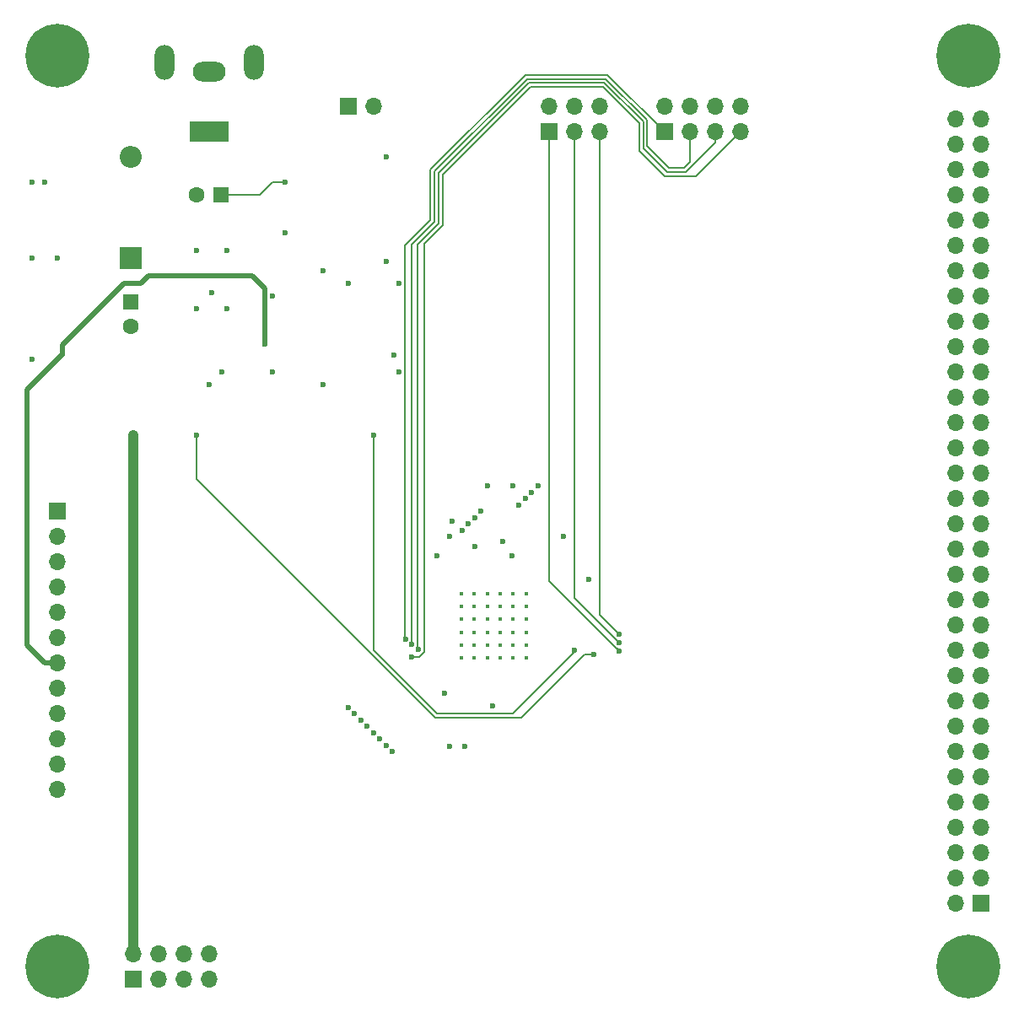
<source format=gbr>
%TF.GenerationSoftware,KiCad,Pcbnew,8.0.7-8.0.7-0~ubuntu22.04.1*%
%TF.CreationDate,2025-01-12T13:10:07-08:00*%
%TF.ProjectId,multichannelheaterdriver_amc7836,6d756c74-6963-4686-916e-6e656c686561,rev?*%
%TF.SameCoordinates,Original*%
%TF.FileFunction,Copper,L6,Bot*%
%TF.FilePolarity,Positive*%
%FSLAX46Y46*%
G04 Gerber Fmt 4.6, Leading zero omitted, Abs format (unit mm)*
G04 Created by KiCad (PCBNEW 8.0.7-8.0.7-0~ubuntu22.04.1) date 2025-01-12 13:10:07*
%MOMM*%
%LPD*%
G01*
G04 APERTURE LIST*
%TA.AperFunction,ComponentPad*%
%ADD10C,0.400000*%
%TD*%
%TA.AperFunction,ComponentPad*%
%ADD11R,1.700000X1.700000*%
%TD*%
%TA.AperFunction,ComponentPad*%
%ADD12O,1.700000X1.700000*%
%TD*%
%TA.AperFunction,ComponentPad*%
%ADD13R,2.200000X2.200000*%
%TD*%
%TA.AperFunction,ComponentPad*%
%ADD14O,2.200000X2.200000*%
%TD*%
%TA.AperFunction,ComponentPad*%
%ADD15C,6.400000*%
%TD*%
%TA.AperFunction,ComponentPad*%
%ADD16R,1.600000X1.600000*%
%TD*%
%TA.AperFunction,ComponentPad*%
%ADD17C,1.600000*%
%TD*%
%TA.AperFunction,ComponentPad*%
%ADD18R,4.000000X2.000000*%
%TD*%
%TA.AperFunction,ComponentPad*%
%ADD19O,3.300000X2.000000*%
%TD*%
%TA.AperFunction,ComponentPad*%
%ADD20O,2.000000X3.500000*%
%TD*%
%TA.AperFunction,ViaPad*%
%ADD21C,0.600000*%
%TD*%
%TA.AperFunction,Conductor*%
%ADD22C,0.500000*%
%TD*%
%TA.AperFunction,Conductor*%
%ADD23C,1.000000*%
%TD*%
%TA.AperFunction,Conductor*%
%ADD24C,0.200000*%
%TD*%
G04 APERTURE END LIST*
D10*
%TO.P,U1,65,THERMAL_PAD*%
%TO.N,GND*%
X45630000Y-59040000D03*
X45630000Y-60340000D03*
X45630000Y-61640000D03*
X45630000Y-62940000D03*
X45630000Y-64240000D03*
X45630000Y-65540000D03*
X46930000Y-59040000D03*
X46930000Y-60340000D03*
X46930000Y-61640000D03*
X46930000Y-62940000D03*
X46930000Y-64240000D03*
X46930000Y-65540000D03*
X48230000Y-59040000D03*
X48230000Y-60340000D03*
X48230000Y-61640000D03*
X48230000Y-62940000D03*
X48230000Y-64240000D03*
X48230000Y-65540000D03*
X49530000Y-59040000D03*
X49530000Y-60340000D03*
X49530000Y-61640000D03*
X49530000Y-62940000D03*
X49530000Y-64240000D03*
X49530000Y-65540000D03*
X50830000Y-59040000D03*
X50830000Y-60340000D03*
X50830000Y-61640000D03*
X50830000Y-62940000D03*
X50830000Y-64240000D03*
X50830000Y-65540000D03*
X52130000Y-59040000D03*
X52130000Y-60340000D03*
X52130000Y-61640000D03*
X52130000Y-62940000D03*
X52130000Y-64240000D03*
X52130000Y-65540000D03*
%TD*%
D11*
%TO.P,J5,1,Pin_1*%
%TO.N,GND*%
X12700000Y-97790000D03*
D12*
%TO.P,J5,2,Pin_2*%
%TO.N,+36V*%
X12700000Y-95250000D03*
%TO.P,J5,3,Pin_3*%
%TO.N,GND*%
X15240000Y-97790000D03*
%TO.P,J5,4,Pin_4*%
%TO.N,+10V*%
X15240000Y-95250000D03*
%TO.P,J5,5,Pin_5*%
%TO.N,GND*%
X17780000Y-97790000D03*
%TO.P,J5,6,Pin_6*%
%TO.N,+5V*%
X17780000Y-95250000D03*
%TO.P,J5,7,Pin_7*%
%TO.N,GND*%
X20320000Y-97790000D03*
%TO.P,J5,8,Pin_8*%
%TO.N,+3V3*%
X20320000Y-95250000D03*
%TD*%
D13*
%TO.P,D5,1,K*%
%TO.N,+36V*%
X12446000Y-25400000D03*
D14*
%TO.P,D5,2,A*%
%TO.N,Net-(D5-A)*%
X12446000Y-15240000D03*
%TD*%
D15*
%TO.P,H1,1,1*%
%TO.N,GND*%
X5080000Y-5080000D03*
%TD*%
D16*
%TO.P,C7,1*%
%TO.N,Net-(SW1-B)*%
X21550000Y-19050000D03*
D17*
%TO.P,C7,2*%
%TO.N,GND*%
X19050000Y-19050000D03*
%TD*%
D11*
%TO.P,J4,1,Pin_1*%
%TO.N,GND*%
X97790000Y-90170000D03*
D12*
%TO.P,J4,2,Pin_2*%
%TO.N,/ADC15*%
X95250000Y-90170000D03*
%TO.P,J4,3,Pin_3*%
%TO.N,GND*%
X97790000Y-87630000D03*
%TO.P,J4,4,Pin_4*%
%TO.N,/DAC15*%
X95250000Y-87630000D03*
%TO.P,J4,5,Pin_5*%
%TO.N,GND*%
X97790000Y-85090000D03*
%TO.P,J4,6,Pin_6*%
%TO.N,/ADC14*%
X95250000Y-85090000D03*
%TO.P,J4,7,Pin_7*%
%TO.N,GND*%
X97790000Y-82550000D03*
%TO.P,J4,8,Pin_8*%
%TO.N,/DAC14*%
X95250000Y-82550000D03*
%TO.P,J4,9,Pin_9*%
%TO.N,GND*%
X97790000Y-80010000D03*
%TO.P,J4,10,Pin_10*%
%TO.N,/ADC13*%
X95250000Y-80010000D03*
%TO.P,J4,11,Pin_11*%
%TO.N,GND*%
X97790000Y-77470000D03*
%TO.P,J4,12,Pin_12*%
%TO.N,/DAC13*%
X95250000Y-77470000D03*
%TO.P,J4,13,Pin_13*%
%TO.N,GND*%
X97790000Y-74930000D03*
%TO.P,J4,14,Pin_14*%
%TO.N,/ADC12*%
X95250000Y-74930000D03*
%TO.P,J4,15,Pin_15*%
%TO.N,GND*%
X97790000Y-72390000D03*
%TO.P,J4,16,Pin_16*%
%TO.N,/DAC12*%
X95250000Y-72390000D03*
%TO.P,J4,17,Pin_17*%
%TO.N,GND*%
X97790000Y-69850000D03*
%TO.P,J4,18,Pin_18*%
%TO.N,/ADC11*%
X95250000Y-69850000D03*
%TO.P,J4,19,Pin_19*%
%TO.N,GND*%
X97790000Y-67310000D03*
%TO.P,J4,20,Pin_20*%
%TO.N,/DAC11*%
X95250000Y-67310000D03*
%TO.P,J4,21,Pin_21*%
%TO.N,GND*%
X97790000Y-64770000D03*
%TO.P,J4,22,Pin_22*%
%TO.N,/ADC10*%
X95250000Y-64770000D03*
%TO.P,J4,23,Pin_23*%
%TO.N,GND*%
X97790000Y-62230000D03*
%TO.P,J4,24,Pin_24*%
%TO.N,/DAC10*%
X95250000Y-62230000D03*
%TO.P,J4,25,Pin_25*%
%TO.N,GND*%
X97790000Y-59690000D03*
%TO.P,J4,26,Pin_26*%
%TO.N,/ADC9*%
X95250000Y-59690000D03*
%TO.P,J4,27,Pin_27*%
%TO.N,GND*%
X97790000Y-57150000D03*
%TO.P,J4,28,Pin_28*%
%TO.N,/DAC9*%
X95250000Y-57150000D03*
%TO.P,J4,29,Pin_29*%
%TO.N,GND*%
X97790000Y-54610000D03*
%TO.P,J4,30,Pin_30*%
%TO.N,/ADC8*%
X95250000Y-54610000D03*
%TO.P,J4,31,Pin_31*%
%TO.N,GND*%
X97790000Y-52070000D03*
%TO.P,J4,32,Pin_32*%
%TO.N,/DAC8*%
X95250000Y-52070000D03*
%TO.P,J4,33,Pin_33*%
%TO.N,GND*%
X97790000Y-49530000D03*
%TO.P,J4,34,Pin_34*%
%TO.N,/ADC7*%
X95250000Y-49530000D03*
%TO.P,J4,35,Pin_35*%
%TO.N,GND*%
X97790000Y-46990000D03*
%TO.P,J4,36,Pin_36*%
%TO.N,/DAC7*%
X95250000Y-46990000D03*
%TO.P,J4,37,Pin_37*%
%TO.N,GND*%
X97790000Y-44450000D03*
%TO.P,J4,38,Pin_38*%
%TO.N,/ADC6*%
X95250000Y-44450000D03*
%TO.P,J4,39,Pin_39*%
%TO.N,GND*%
X97790000Y-41910000D03*
%TO.P,J4,40,Pin_40*%
%TO.N,/DAC6*%
X95250000Y-41910000D03*
%TO.P,J4,41,Pin_41*%
%TO.N,GND*%
X97790000Y-39370000D03*
%TO.P,J4,42,Pin_42*%
%TO.N,/ADC5*%
X95250000Y-39370000D03*
%TO.P,J4,43,Pin_43*%
%TO.N,GND*%
X97790000Y-36830000D03*
%TO.P,J4,44,Pin_44*%
%TO.N,/DAC5*%
X95250000Y-36830000D03*
%TO.P,J4,45,Pin_45*%
%TO.N,GND*%
X97790000Y-34290000D03*
%TO.P,J4,46,Pin_46*%
%TO.N,/ADC4*%
X95250000Y-34290000D03*
%TO.P,J4,47,Pin_47*%
%TO.N,GND*%
X97790000Y-31750000D03*
%TO.P,J4,48,Pin_48*%
%TO.N,/DAC4*%
X95250000Y-31750000D03*
%TO.P,J4,49,Pin_49*%
%TO.N,GND*%
X97790000Y-29210000D03*
%TO.P,J4,50,Pin_50*%
%TO.N,/ADC3*%
X95250000Y-29210000D03*
%TO.P,J4,51,Pin_51*%
%TO.N,GND*%
X97790000Y-26670000D03*
%TO.P,J4,52,Pin_52*%
%TO.N,/DAC3*%
X95250000Y-26670000D03*
%TO.P,J4,53,Pin_53*%
%TO.N,GND*%
X97790000Y-24130000D03*
%TO.P,J4,54,Pin_54*%
%TO.N,/ADC2*%
X95250000Y-24130000D03*
%TO.P,J4,55,Pin_55*%
%TO.N,GND*%
X97790000Y-21590000D03*
%TO.P,J4,56,Pin_56*%
%TO.N,/DAC2*%
X95250000Y-21590000D03*
%TO.P,J4,57,Pin_57*%
%TO.N,GND*%
X97790000Y-19050000D03*
%TO.P,J4,58,Pin_58*%
%TO.N,/ADC1*%
X95250000Y-19050000D03*
%TO.P,J4,59,Pin_59*%
%TO.N,GND*%
X97790000Y-16510000D03*
%TO.P,J4,60,Pin_60*%
%TO.N,/DAC1*%
X95250000Y-16510000D03*
%TO.P,J4,61,Pin_61*%
%TO.N,GND*%
X97790000Y-13970000D03*
%TO.P,J4,62,Pin_62*%
%TO.N,/ADC0*%
X95250000Y-13970000D03*
%TO.P,J4,63,Pin_63*%
%TO.N,GND*%
X97790000Y-11430000D03*
%TO.P,J4,64,Pin_64*%
%TO.N,/DAC0*%
X95250000Y-11430000D03*
%TD*%
D15*
%TO.P,H4,1,1*%
%TO.N,GND*%
X96520000Y-96520000D03*
%TD*%
D11*
%TO.P,J2,1,Pin_1*%
%TO.N,Net-(J2-Pin_1)*%
X5080000Y-50800000D03*
D12*
%TO.P,J2,2,Pin_2*%
%TO.N,Net-(J2-Pin_2)*%
X5080000Y-53340000D03*
%TO.P,J2,3,Pin_3*%
%TO.N,Net-(J2-Pin_3)*%
X5080000Y-55880000D03*
%TO.P,J2,4,Pin_4*%
%TO.N,Net-(J2-Pin_4)*%
X5080000Y-58420000D03*
%TO.P,J2,5,Pin_5*%
%TO.N,Net-(J2-Pin_5)*%
X5080000Y-60960000D03*
%TO.P,J2,6,Pin_6*%
%TO.N,GND*%
X5080000Y-63500000D03*
%TO.P,J2,7,Pin_7*%
%TO.N,+3V3*%
X5080000Y-66040000D03*
%TO.P,J2,8,Pin_8*%
%TO.N,+5V*%
X5080000Y-68580000D03*
%TO.P,J2,9,Pin_9*%
%TO.N,Net-(J2-Pin_9)*%
X5080000Y-71120000D03*
%TO.P,J2,10,Pin_10*%
%TO.N,Net-(J2-Pin_10)*%
X5080000Y-73660000D03*
%TO.P,J2,11,Pin_11*%
%TO.N,Net-(J2-Pin_11)*%
X5080000Y-76200000D03*
%TO.P,J2,12,Pin_12*%
%TO.N,Net-(J2-Pin_12)*%
X5080000Y-78740000D03*
%TD*%
D15*
%TO.P,H3,1,1*%
%TO.N,GND*%
X96520000Y-5080000D03*
%TD*%
D11*
%TO.P,J1,1,Pin_1*%
%TO.N,Net-(J1-Pin_1)*%
X66040000Y-12700000D03*
D12*
%TO.P,J1,2,Pin_2*%
%TO.N,GND*%
X66040000Y-10160000D03*
%TO.P,J1,3,Pin_3*%
%TO.N,Net-(J1-Pin_3)*%
X68580000Y-12700000D03*
%TO.P,J1,4,Pin_4*%
%TO.N,GND*%
X68580000Y-10160000D03*
%TO.P,J1,5,Pin_5*%
%TO.N,Net-(J1-Pin_5)*%
X71120000Y-12700000D03*
%TO.P,J1,6,Pin_6*%
%TO.N,GND*%
X71120000Y-10160000D03*
%TO.P,J1,7,Pin_7*%
%TO.N,Net-(J1-Pin_7)*%
X73660000Y-12700000D03*
%TO.P,J1,8,Pin_8*%
%TO.N,GND*%
X73660000Y-10160000D03*
%TD*%
D15*
%TO.P,H2,1,1*%
%TO.N,GND*%
X5080000Y-96520000D03*
%TD*%
D11*
%TO.P,J3,1,Pin_1*%
%TO.N,Net-(J3-Pin_1)*%
X54420000Y-12700000D03*
D12*
%TO.P,J3,2,Pin_2*%
%TO.N,GND*%
X54420000Y-10160000D03*
%TO.P,J3,3,Pin_3*%
%TO.N,Net-(J3-Pin_3)*%
X56960000Y-12700000D03*
%TO.P,J3,4,Pin_4*%
%TO.N,GND*%
X56960000Y-10160000D03*
%TO.P,J3,5,Pin_5*%
%TO.N,Net-(J3-Pin_5)*%
X59500000Y-12700000D03*
%TO.P,J3,6,Pin_6*%
%TO.N,GND*%
X59500000Y-10160000D03*
%TD*%
D18*
%TO.P,J7,1*%
%TO.N,Net-(D5-A)*%
X20320000Y-12700000D03*
D19*
%TO.P,J7,2*%
%TO.N,GND*%
X20320000Y-6700000D03*
D20*
%TO.P,J7,MP,MountPin*%
X24820000Y-5700000D03*
X15820000Y-5700000D03*
%TD*%
D16*
%TO.P,C8,1*%
%TO.N,+36V*%
X12446000Y-29758000D03*
D17*
%TO.P,C8,2*%
%TO.N,GND*%
X12446000Y-32258000D03*
%TD*%
D11*
%TO.P,SW1,1,A*%
%TO.N,Net-(SW1-A)*%
X34285000Y-10160000D03*
D12*
%TO.P,SW1,2,B*%
%TO.N,Net-(SW1-B)*%
X36825000Y-10160000D03*
%TD*%
D21*
%TO.N,GND*%
X39370000Y-36830000D03*
X21590000Y-36830000D03*
X19050000Y-30480000D03*
X58420000Y-57658000D03*
X22100000Y-30480000D03*
X43180000Y-55290000D03*
X45974000Y-74422000D03*
X39370000Y-27940000D03*
X22098000Y-24638000D03*
X2540000Y-17780000D03*
X47030000Y-54356000D03*
X2540000Y-35560000D03*
X27940000Y-22860000D03*
X26670000Y-29210000D03*
X44704000Y-51816000D03*
X50759704Y-55251112D03*
X49784000Y-53848000D03*
X20575000Y-28805000D03*
X20320000Y-38100000D03*
X31750000Y-26670000D03*
X43942000Y-69088000D03*
X19050000Y-24638000D03*
X26670000Y-36830000D03*
X2540000Y-25400000D03*
X48768000Y-70358000D03*
X50800000Y-48260000D03*
X31750000Y-38100000D03*
%TO.N,+5V*%
X34290000Y-27940000D03*
X5080000Y-25400000D03*
X44450000Y-53340000D03*
X55880000Y-53340000D03*
%TO.N,+3V3*%
X25908000Y-34036000D03*
X5588000Y-35052000D03*
%TO.N,+10V*%
X44450000Y-74422000D03*
X38895000Y-35085000D03*
X38100000Y-25720000D03*
X48260000Y-48260000D03*
X38100000Y-15240000D03*
X3810000Y-17780000D03*
%TO.N,+36V*%
X12700000Y-43180000D03*
%TO.N,Net-(J3-Pin_1)*%
X61468000Y-64808003D03*
%TO.N,Net-(J3-Pin_5)*%
X61468000Y-63140000D03*
%TO.N,Net-(J3-Pin_3)*%
X61468000Y-64008000D03*
%TO.N,Net-(J1-Pin_1)*%
X40040000Y-63678528D03*
%TO.N,/DAC7*%
X38735000Y-74930000D03*
%TO.N,/DAC8*%
X53340000Y-48260000D03*
%TO.N,/DAC12*%
X47625000Y-50800000D03*
%TO.N,/DAC2*%
X35560000Y-71755000D03*
%TO.N,/DAC0*%
X34290000Y-70485000D03*
%TO.N,/DAC1*%
X34925000Y-71120000D03*
%TO.N,/DAC10*%
X52070000Y-49530000D03*
%TO.N,/DAC13*%
X46990000Y-51435000D03*
%TO.N,/DAC5*%
X37465000Y-73660000D03*
%TO.N,/DAC6*%
X38100000Y-74295000D03*
%TO.N,/DAC3*%
X36195000Y-72390000D03*
%TO.N,/DAC9*%
X52705000Y-48895000D03*
%TO.N,/DAC14*%
X46355000Y-52070000D03*
%TO.N,/DAC11*%
X51435000Y-50165000D03*
%TO.N,/DAC15*%
X45720000Y-52705000D03*
%TO.N,/DAC4*%
X36830000Y-73025000D03*
%TO.N,/36V_mon*%
X58928000Y-65186000D03*
X19050000Y-43180000D03*
%TO.N,/10V_mon*%
X36830000Y-43180000D03*
X57023000Y-64786000D03*
%TO.N,Net-(J1-Pin_3)*%
X40674135Y-64166254D03*
%TO.N,Net-(J1-Pin_7)*%
X40640000Y-65405000D03*
%TO.N,Net-(J1-Pin_5)*%
X41302359Y-64661571D03*
%TO.N,Net-(SW1-B)*%
X27940000Y-17780000D03*
%TD*%
D22*
%TO.N,+3V3*%
X5588000Y-34116000D02*
X5588000Y-35052000D01*
X25908000Y-28448000D02*
X24638000Y-27178000D01*
X2032000Y-38608000D02*
X5588000Y-35052000D01*
X24638000Y-27178000D02*
X14224000Y-27178000D01*
X14224000Y-27178000D02*
X13462000Y-27940000D01*
X5080000Y-66040000D02*
X3810000Y-66040000D01*
X13462000Y-27940000D02*
X11764000Y-27940000D01*
X25908000Y-34036000D02*
X25908000Y-28448000D01*
X2032000Y-64262000D02*
X2032000Y-38608000D01*
X3810000Y-66040000D02*
X2032000Y-64262000D01*
X11764000Y-27940000D02*
X5588000Y-34116000D01*
D23*
%TO.N,+36V*%
X12700000Y-95250000D02*
X12700000Y-43180000D01*
D24*
%TO.N,Net-(J3-Pin_1)*%
X61468000Y-64808003D02*
X61267997Y-64608000D01*
X54420000Y-57808529D02*
X54420000Y-12700000D01*
X61267997Y-64608000D02*
X61219471Y-64608000D01*
X61219471Y-64608000D02*
X54420000Y-57808529D01*
%TO.N,Net-(J3-Pin_5)*%
X59500000Y-61172000D02*
X59500000Y-12700000D01*
X61468000Y-63140000D02*
X59500000Y-61172000D01*
%TO.N,Net-(J3-Pin_3)*%
X61468000Y-64008000D02*
X56960000Y-59500000D01*
X56960000Y-59500000D02*
X56960000Y-12700000D01*
%TO.N,Net-(J1-Pin_1)*%
X40005000Y-63643528D02*
X40005000Y-24130000D01*
X40005000Y-24130000D02*
X42545000Y-21590000D01*
X42545000Y-16510000D02*
X52070000Y-6985000D01*
X42545000Y-21590000D02*
X42545000Y-16510000D01*
X40040000Y-63678528D02*
X40005000Y-63643528D01*
X60325000Y-6985000D02*
X66040000Y-12700000D01*
X52070000Y-6985000D02*
X60325000Y-6985000D01*
%TO.N,/36V_mon*%
X51670000Y-71520000D02*
X43014314Y-71520000D01*
X43014314Y-71520000D02*
X19050000Y-47555686D01*
X58928000Y-65186000D02*
X58004000Y-65186000D01*
X19050000Y-47555686D02*
X19050000Y-43180000D01*
X58004000Y-65186000D02*
X51670000Y-71520000D01*
%TO.N,/10V_mon*%
X57023000Y-64786000D02*
X57023000Y-64897000D01*
X36830000Y-64770000D02*
X36830000Y-43180000D01*
X43180000Y-71120000D02*
X36830000Y-64770000D01*
X50800000Y-71120000D02*
X43180000Y-71120000D01*
X57023000Y-64897000D02*
X50800000Y-71120000D01*
%TO.N,Net-(J1-Pin_3)*%
X64300000Y-11525686D02*
X64300000Y-14135000D01*
X66510000Y-16345000D02*
X67969974Y-16345000D01*
X40640000Y-64132119D02*
X40640000Y-24060686D01*
X64300000Y-14135000D02*
X66510000Y-16345000D01*
X42945000Y-21755686D02*
X42945000Y-16675686D01*
X40674135Y-64166254D02*
X40640000Y-64132119D01*
X40640000Y-24060686D02*
X42945000Y-21755686D01*
X52235686Y-7385000D02*
X60159314Y-7385000D01*
X67969974Y-16345000D02*
X68580000Y-15734974D01*
X68580000Y-15734974D02*
X68580000Y-12700000D01*
X42945000Y-16675686D02*
X52235686Y-7385000D01*
X60159314Y-7385000D02*
X64300000Y-11525686D01*
%TO.N,Net-(J1-Pin_7)*%
X63500000Y-14605000D02*
X66040000Y-17145000D01*
X41910000Y-23922058D02*
X43745000Y-22087058D01*
X66040000Y-17145000D02*
X69215000Y-17145000D01*
X40640000Y-65405000D02*
X41407459Y-65405000D01*
X43745000Y-22087058D02*
X43745000Y-17007058D01*
X43745000Y-17007058D02*
X52567058Y-8185000D01*
X69215000Y-17145000D02*
X73660000Y-12700000D01*
X41407459Y-65405000D02*
X41910000Y-64902459D01*
X52567058Y-8185000D02*
X59827942Y-8185000D01*
X41910000Y-64902459D02*
X41910000Y-23922058D01*
X63500000Y-11857058D02*
X63500000Y-14605000D01*
X59827942Y-8185000D02*
X63500000Y-11857058D01*
%TO.N,Net-(J1-Pin_5)*%
X63900000Y-14370000D02*
X66275000Y-16745000D01*
X52401372Y-7785000D02*
X59993628Y-7785000D01*
X43345000Y-21921372D02*
X43345000Y-16841372D01*
X68135660Y-16745000D02*
X71120000Y-13760660D01*
X59993628Y-7785000D02*
X63900000Y-11691372D01*
X63900000Y-11691372D02*
X63900000Y-14370000D01*
X66275000Y-16745000D02*
X68135660Y-16745000D01*
X41302359Y-64661571D02*
X41275000Y-64634212D01*
X43345000Y-16841372D02*
X52401372Y-7785000D01*
X71120000Y-13760660D02*
X71120000Y-12700000D01*
X41275000Y-23991372D02*
X43345000Y-21921372D01*
X41275000Y-64634212D02*
X41275000Y-23991372D01*
%TO.N,Net-(SW1-B)*%
X25400000Y-19050000D02*
X21550000Y-19050000D01*
X26670000Y-17780000D02*
X25400000Y-19050000D01*
X27940000Y-17780000D02*
X26670000Y-17780000D01*
%TD*%
M02*

</source>
